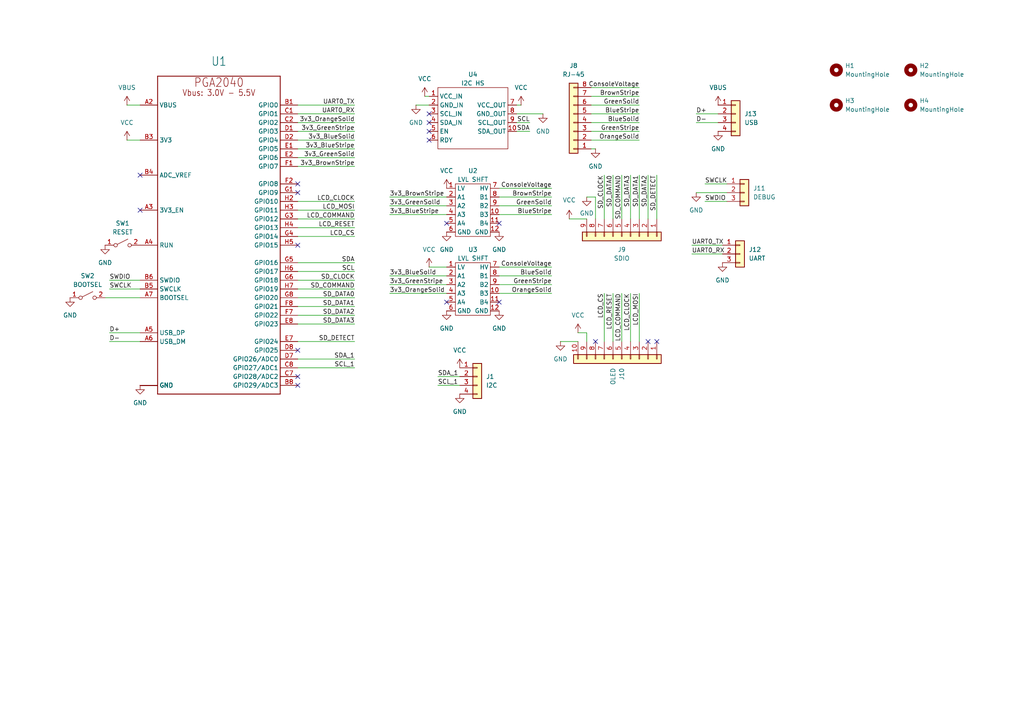
<source format=kicad_sch>
(kicad_sch (version 20231120) (generator "eeschema") (generator_version "8.0")
  (paper "A4")
  (lib_symbols
    (symbol "4-channel_I2C-safe_Bi-directional_Logic_Level_Converter_-_BSS138_1"
      (property "Reference" "U" (at 0 0 0))
      (symbol "4-channel_I2C-safe_Bi-directional_Logic_Level_Converter_-_BSS138_1_0_1"
        (rectangle (start -5.08 -1.27) (end 5.08 -16.51))
      )
      (symbol "4-channel_I2C-safe_Bi-directional_Logic_Level_Converter_-_BSS138_1_1_1"
        (pin power_in line (at -7.62 -2.54 0) (length 2.54) (name "LV") (number "1"))
        (pin bidirectional line (at 7.62 -10.16 180) (length 2.54) (name "B3") (number "10"))
        (pin bidirectional line (at 7.62 -12.7 180) (length 2.54) (name "B4") (number "11"))
        (pin power_out line (at 7.62 -15.24 180) (length 2.54) (name "GND") (number "12"))
        (pin bidirectional line (at -7.62 -5.08 0) (length 2.54) (name "A1") (number "2"))
        (pin bidirectional line (at -7.62 -7.62 0) (length 2.54) (name "A2") (number "3"))
        (pin bidirectional line (at -7.62 -10.16 0) (length 2.54) (name "A3") (number "4"))
        (pin bidirectional line (at -7.62 -12.7 0) (length 2.54) (name "A4") (number "5"))
        (pin power_out line (at -7.62 -15.24 0) (length 2.54) (name "GND") (number "6"))
        (pin power_in line (at 7.62 -2.54 180) (length 2.54) (name "HV") (number "7"))
        (pin bidirectional line (at 7.62 -5.08 180) (length 2.54) (name "B1") (number "8"))
        (pin bidirectional line (at 7.62 -7.62 180) (length 2.54) (name "B2") (number "9"))
      )
    )
    (symbol "Connector_Generic:Conn_01x03" (pin_names (offset 1.016) hide)
      (property "Reference" "J" (at 0 5.08 0))
      (property "Value" "Conn_01x03" (at 0 -5.08 0))
      (symbol "Conn_01x03_1_1"
        (rectangle (start -1.27 -2.413) (end 0 -2.667) (stroke (width 0.1524)))
        (rectangle (start -1.27 0.127) (end 0 -0.127) (stroke (width 0.1524)))
        (rectangle (start -1.27 2.667) (end 0 2.413) (stroke (width 0.1524)))
        (rectangle (start -1.27 3.81) (end 1.27 -3.81) (stroke (width 0.254)) (fill (type background)))
        (pin passive line (at -5.08 2.54 0) (length 3.81) (name "Pin_1") (number "1"))
        (pin passive line (at -5.08 0 0) (length 3.81) (name "Pin_2") (number "2"))
        (pin passive line (at -5.08 -2.54 0) (length 3.81) (name "Pin_3") (number "3"))
      )
    )
    (symbol "Connector_Generic:Conn_01x04" (pin_names (offset 1.016) hide)
      (property "Reference" "J" (at 0 5.08 0))
      (property "Value" "Conn_01x04" (at 0 -7.62 0))
      (symbol "Conn_01x04_1_1"
        (rectangle (start -1.27 -4.953) (end 0 -5.207) (stroke (width 0.1524)))
        (rectangle (start -1.27 -2.413) (end 0 -2.667) (stroke (width 0.1524)))
        (rectangle (start -1.27 0.127) (end 0 -0.127) (stroke (width 0.1524)))
        (rectangle (start -1.27 2.667) (end 0 2.413) (stroke (width 0.1524)))
        (rectangle (start -1.27 3.81) (end 1.27 -6.35) (stroke (width 0.254)) (fill (type background)))
        (pin passive line (at -5.08 2.54 0) (length 3.81) (name "Pin_1") (number "1"))
        (pin passive line (at -5.08 0 0) (length 3.81) (name "Pin_2") (number "2"))
        (pin passive line (at -5.08 -2.54 0) (length 3.81) (name "Pin_3") (number "3"))
        (pin passive line (at -5.08 -5.08 0) (length 3.81) (name "Pin_4") (number "4"))
      )
    )
    (symbol "Connector_Generic:Conn_01x08" (pin_names (offset 1.016) hide)
      (property "Reference" "J" (at 0 10.16 0))
      (property "Value" "Conn_01x08" (at 0 -12.7 0))
      (symbol "Conn_01x08_1_1"
        (rectangle (start -1.27 -10.033) (end 0 -10.287) (stroke (width 0.1524)))
        (rectangle (start -1.27 -7.493) (end 0 -7.747) (stroke (width 0.1524)))
        (rectangle (start -1.27 -4.953) (end 0 -5.207) (stroke (width 0.1524)))
        (rectangle (start -1.27 -2.413) (end 0 -2.667) (stroke (width 0.1524)))
        (rectangle (start -1.27 0.127) (end 0 -0.127) (stroke (width 0.1524)))
        (rectangle (start -1.27 2.667) (end 0 2.413) (stroke (width 0.1524)))
        (rectangle (start -1.27 5.207) (end 0 4.953) (stroke (width 0.1524)))
        (rectangle (start -1.27 7.747) (end 0 7.493) (stroke (width 0.1524)))
        (rectangle (start -1.27 8.89) (end 1.27 -11.43) (stroke (width 0.254)) (fill (type background)))
        (pin passive line (at -5.08 7.62 0) (length 3.81) (name "Pin_1") (number "1"))
        (pin passive line (at -5.08 5.08 0) (length 3.81) (name "Pin_2") (number "2"))
        (pin passive line (at -5.08 2.54 0) (length 3.81) (name "Pin_3") (number "3"))
        (pin passive line (at -5.08 0 0) (length 3.81) (name "Pin_4") (number "4"))
        (pin passive line (at -5.08 -2.54 0) (length 3.81) (name "Pin_5") (number "5"))
        (pin passive line (at -5.08 -5.08 0) (length 3.81) (name "Pin_6") (number "6"))
        (pin passive line (at -5.08 -7.62 0) (length 3.81) (name "Pin_7") (number "7"))
        (pin passive line (at -5.08 -10.16 0) (length 3.81) (name "Pin_8") (number "8"))
      )
    )
    (symbol "Connector_Generic:Conn_01x09" (pin_names (offset 1.016) hide)
      (property "Reference" "J" (at 0 12.7 0))
      (property "Value" "Conn_01x09" (at 0 -12.7 0))
      (symbol "Conn_01x09_1_1"
        (rectangle (start -1.27 -10.033) (end 0 -10.287) (stroke (width 0.1524)))
        (rectangle (start -1.27 -7.493) (end 0 -7.747) (stroke (width 0.1524)))
        (rectangle (start -1.27 -4.953) (end 0 -5.207) (stroke (width 0.1524)))
        (rectangle (start -1.27 -2.413) (end 0 -2.667) (stroke (width 0.1524)))
        (rectangle (start -1.27 0.127) (end 0 -0.127) (stroke (width 0.1524)))
        (rectangle (start -1.27 2.667) (end 0 2.413) (stroke (width 0.1524)))
        (rectangle (start -1.27 5.207) (end 0 4.953) (stroke (width 0.1524)))
        (rectangle (start -1.27 7.747) (end 0 7.493) (stroke (width 0.1524)))
        (rectangle (start -1.27 10.287) (end 0 10.033) (stroke (width 0.1524)))
        (rectangle (start -1.27 11.43) (end 1.27 -11.43) (stroke (width 0.254)) (fill (type background)))
        (pin passive line (at -5.08 10.16 0) (length 3.81) (name "Pin_1") (number "1"))
        (pin passive line (at -5.08 7.62 0) (length 3.81) (name "Pin_2") (number "2"))
        (pin passive line (at -5.08 5.08 0) (length 3.81) (name "Pin_3") (number "3"))
        (pin passive line (at -5.08 2.54 0) (length 3.81) (name "Pin_4") (number "4"))
        (pin passive line (at -5.08 0 0) (length 3.81) (name "Pin_5") (number "5"))
        (pin passive line (at -5.08 -2.54 0) (length 3.81) (name "Pin_6") (number "6"))
        (pin passive line (at -5.08 -5.08 0) (length 3.81) (name "Pin_7") (number "7"))
        (pin passive line (at -5.08 -7.62 0) (length 3.81) (name "Pin_8") (number "8"))
        (pin passive line (at -5.08 -10.16 0) (length 3.81) (name "Pin_9") (number "9"))
      )
    )
    (symbol "Connector_Generic:Conn_01x10" (pin_names (offset 1.016) hide)
      (property "Reference" "J" (at 0 12.7 0))
      (property "Value" "Conn_01x10" (at 0 -15.24 0))
      (symbol "Conn_01x10_1_1"
        (rectangle (start -1.27 -12.573) (end 0 -12.827) (stroke (width 0.1524)))
        (rectangle (start -1.27 -10.033) (end 0 -10.287) (stroke (width 0.1524)))
        (rectangle (start -1.27 -7.493) (end 0 -7.747) (stroke (width 0.1524)))
        (rectangle (start -1.27 -4.953) (end 0 -5.207) (stroke (width 0.1524)))
        (rectangle (start -1.27 -2.413) (end 0 -2.667) (stroke (width 0.1524)))
        (rectangle (start -1.27 0.127) (end 0 -0.127) (stroke (width 0.1524)))
        (rectangle (start -1.27 2.667) (end 0 2.413) (stroke (width 0.1524)))
        (rectangle (start -1.27 5.207) (end 0 4.953) (stroke (width 0.1524)))
        (rectangle (start -1.27 7.747) (end 0 7.493) (stroke (width 0.1524)))
        (rectangle (start -1.27 10.287) (end 0 10.033) (stroke (width 0.1524)))
        (rectangle (start -1.27 11.43) (end 1.27 -13.97) (stroke (width 0.254)) (fill (type background)))
        (pin passive line (at -5.08 10.16 0) (length 3.81) (name "Pin_1") (number "1"))
        (pin passive line (at -5.08 -12.7 0) (length 3.81) (name "Pin_10") (number "10"))
        (pin passive line (at -5.08 7.62 0) (length 3.81) (name "Pin_2") (number "2"))
        (pin passive line (at -5.08 5.08 0) (length 3.81) (name "Pin_3") (number "3"))
        (pin passive line (at -5.08 2.54 0) (length 3.81) (name "Pin_4") (number "4"))
        (pin passive line (at -5.08 0 0) (length 3.81) (name "Pin_5") (number "5"))
        (pin passive line (at -5.08 -2.54 0) (length 3.81) (name "Pin_6") (number "6"))
        (pin passive line (at -5.08 -5.08 0) (length 3.81) (name "Pin_7") (number "7"))
        (pin passive line (at -5.08 -7.62 0) (length 3.81) (name "Pin_8") (number "8"))
        (pin passive line (at -5.08 -10.16 0) (length 3.81) (name "Pin_9") (number "9"))
      )
    )
    (symbol "GP2040-RE:4-channel_I2C-safe_Bi-directional_Logic_Level_Converter_-_BSS138"
      (property "Reference" "U" (at 0 0 0))
      (symbol "4-channel_I2C-safe_Bi-directional_Logic_Level_Converter_-_BSS138_0_1"
        (rectangle (start -5.08 -1.27) (end 5.08 -16.51))
      )
      (symbol "4-channel_I2C-safe_Bi-directional_Logic_Level_Converter_-_BSS138_1_1"
        (pin power_in line (at -7.62 -2.54 0) (length 2.54) (name "LV") (number "1"))
        (pin bidirectional line (at 7.62 -10.16 180) (length 2.54) (name "B3") (number "10"))
        (pin bidirectional line (at 7.62 -12.7 180) (length 2.54) (name "B4") (number "11"))
        (pin power_out line (at 7.62 -15.24 180) (length 2.54) (name "GND") (number "12"))
        (pin bidirectional line (at -7.62 -5.08 0) (length 2.54) (name "A1") (number "2"))
        (pin bidirectional line (at -7.62 -7.62 0) (length 2.54) (name "A2") (number "3"))
        (pin bidirectional line (at -7.62 -10.16 0) (length 2.54) (name "A3") (number "4"))
        (pin bidirectional line (at -7.62 -12.7 0) (length 2.54) (name "A4") (number "5"))
        (pin power_out line (at -7.62 -15.24 0) (length 2.54) (name "GND") (number "6"))
        (pin power_in line (at 7.62 -2.54 180) (length 2.54) (name "HV") (number "7"))
        (pin bidirectional line (at 7.62 -5.08 180) (length 2.54) (name "B1") (number "8"))
        (pin bidirectional line (at 7.62 -7.62 180) (length 2.54) (name "B2") (number "9"))
      )
    )
    (symbol "GP2040-RE:Adafruit_TCA4307_Hot-Swap_I2C_Buffer_with_Stuck_Bus_Recovery_-_STEMMA_QT_/_Qwiic"
      (property "Reference" "U" (at 0 0 0))
      (symbol "Adafruit_TCA4307_Hot-Swap_I2C_Buffer_with_Stuck_Bus_Recovery_-_STEMMA_QT_/_Qwiic_0_1"
        (rectangle (start -10.16 -1.27) (end 10.16 -19.05))
      )
      (symbol "Adafruit_TCA4307_Hot-Swap_I2C_Buffer_with_Stuck_Bus_Recovery_-_STEMMA_QT_/_Qwiic_1_1"
        (pin power_in line (at -12.7 -3.81 0) (length 2.54) (name "VCC_IN") (number "1"))
        (pin bidirectional line (at 12.7 -13.97 180) (length 2.54) (name "SDA_OUT") (number "10"))
        (pin power_out line (at -12.7 -6.35 0) (length 2.54) (name "GND_IN") (number "2"))
        (pin bidirectional line (at -12.7 -8.89 0) (length 2.54) (name "SCL_IN") (number "3"))
        (pin bidirectional line (at -12.7 -11.43 0) (length 2.54) (name "SDA_IN") (number "4"))
        (pin bidirectional line (at -12.7 -13.97 0) (length 2.54) (name "EN") (number "5"))
        (pin bidirectional line (at -12.7 -16.51 0) (length 2.54) (name "RDY") (number "6"))
        (pin power_in line (at 12.7 -6.35 180) (length 2.54) (name "VCC_OUT") (number "7"))
        (pin power_out line (at 12.7 -8.89 180) (length 2.54) (name "GND_OUT") (number "8"))
        (pin bidirectional line (at 12.7 -11.43 180) (length 2.54) (name "SCL_OUT") (number "9"))
      )
    )
    (symbol "GP2040-RE:PGA2040_PTH_NO_SLOT"
      (property "Reference" "U" (at -16.256 44.958 0))
      (symbol "PGA2040_PTH_NO_SLOT_1_0"
        (polyline (pts (xy -17.78 -48.26) (xy -17.78 43.942)) (stroke (width 0.254)))
        (polyline (pts (xy -17.78 43.942) (xy 17.78 43.942)) (stroke (width 0.254)))
        (polyline (pts (xy 17.78 -48.26) (xy -17.78 -48.26)) (stroke (width 0.254)))
        (polyline (pts (xy 17.78 43.942) (xy 17.78 -48.26)) (stroke (width 0.254)))
        (text "PGA2040" (at 0 40.64 0) (effects (font (size 2.54 2.159)) (justify bottom)))
        (text "Vbus: 3.0V - 5.5V" (at 0 38.1 0) (effects (font (size 1.778 1.5113)) (justify bottom)))
        (pin bidirectional line (at -22.86 -45.72 0) (length 5.08) (name "GND") (number "A1"))
        (pin bidirectional line (at -22.86 35.56 0) (length 5.08) (name "VBUS") (number "A2"))
        (pin bidirectional line (at -22.86 5.08 0) (length 5.08) (name "3V3_EN") (number "A3"))
        (pin bidirectional line (at -22.86 -5.08 0) (length 5.08) (name "RUN") (number "A4"))
        (pin bidirectional line (at -22.86 -30.48 0) (length 5.08) (name "USB_DP") (number "A5"))
        (pin bidirectional line (at -22.86 -33.02 0) (length 5.08) (name "USB_DM") (number "A6"))
        (pin bidirectional line (at -22.86 -20.32 0) (length 5.08) (name "BOOTSEL") (number "A7"))
        (pin bidirectional line (at -22.86 -45.72 0) (length 5.08) (name "GND") (number "A8"))
        (pin bidirectional line (at 22.86 35.56 180) (length 5.08) (name "GPIO0") (number "B1"))
        (pin bidirectional line (at -22.86 -45.72 0) (length 5.08) (name "GND") (number "B2"))
        (pin bidirectional line (at -22.86 25.4 0) (length 5.08) (name "3V3") (number "B3"))
        (pin bidirectional line (at -22.86 15.24 0) (length 5.08) (name "ADC_VREF") (number "B4"))
        (pin bidirectional line (at -22.86 -17.78 0) (length 5.08) (name "SWCLK") (number "B5"))
        (pin bidirectional line (at -22.86 -15.24 0) (length 5.08) (name "SWDIO") (number "B6"))
        (pin bidirectional line (at -22.86 -45.72 0) (length 5.08) (name "GND") (number "B7"))
        (pin bidirectional line (at 22.86 -45.72 180) (length 5.08) (name "GPIO29/ADC3") (number "B8"))
        (pin bidirectional line (at 22.86 33.02 180) (length 5.08) (name "GPIO1") (number "C1"))
        (pin bidirectional line (at 22.86 30.48 180) (length 5.08) (name "GPIO2") (number "C2"))
        (pin bidirectional line (at 22.86 -43.18 180) (length 5.08) (name "GPIO28/ADC2") (number "C7"))
        (pin bidirectional line (at 22.86 -40.64 180) (length 5.08) (name "GPIO27/ADC1") (number "C8"))
        (pin bidirectional line (at 22.86 27.94 180) (length 5.08) (name "GPIO3") (number "D1"))
        (pin bidirectional line (at 22.86 25.4 180) (length 5.08) (name "GPIO4") (number "D2"))
        (pin bidirectional line (at 22.86 -38.1 180) (length 5.08) (name "GPIO26/ADC0") (number "D7"))
        (pin bidirectional line (at 22.86 -35.56 180) (length 5.08) (name "GPIO25") (number "D8"))
        (pin bidirectional line (at 22.86 22.86 180) (length 5.08) (name "GPIO5") (number "E1"))
        (pin bidirectional line (at 22.86 20.32 180) (length 5.08) (name "GPIO6") (number "E2"))
        (pin bidirectional line (at 22.86 -33.02 180) (length 5.08) (name "GPIO24") (number "E7"))
        (pin bidirectional line (at 22.86 -27.94 180) (length 5.08) (name "GPIO23") (number "E8"))
        (pin bidirectional line (at 22.86 17.78 180) (length 5.08) (name "GPIO7") (number "F1"))
        (pin bidirectional line (at 22.86 12.7 180) (length 5.08) (name "GPIO8") (number "F2"))
        (pin bidirectional line (at 22.86 -25.4 180) (length 5.08) (name "GPIO22") (number "F7"))
        (pin bidirectional line (at 22.86 -22.86 180) (length 5.08) (name "GPIO21") (number "F8"))
        (pin bidirectional line (at 22.86 10.16 180) (length 5.08) (name "GPIO9") (number "G1"))
        (pin bidirectional line (at -22.86 -45.72 0) (length 5.08) (name "GND") (number "G2"))
        (pin bidirectional line (at 22.86 2.54 180) (length 5.08) (name "GPIO12") (number "G3"))
        (pin bidirectional line (at 22.86 -2.54 180) (length 5.08) (name "GPIO14") (number "G4"))
        (pin bidirectional line (at 22.86 -10.16 180) (length 5.08) (name "GPIO16") (number "G5"))
        (pin bidirectional line (at 22.86 -15.24 180) (length 5.08) (name "GPIO18") (number "G6"))
        (pin bidirectional line (at -22.86 -45.72 0) (length 5.08) (name "GND") (number "G7"))
        (pin bidirectional line (at 22.86 -20.32 180) (length 5.08) (name "GPIO20") (number "G8"))
        (pin bidirectional line (at -22.86 -45.72 0) (length 5.08) (name "GND") (number "H1"))
        (pin bidirectional line (at 22.86 7.62 180) (length 5.08) (name "GPIO10") (number "H2"))
        (pin bidirectional line (at 22.86 5.08 180) (length 5.08) (name "GPIO11") (number "H3"))
        (pin bidirectional line (at 22.86 0 180) (length 5.08) (name "GPIO13") (number "H4"))
        (pin bidirectional line (at 22.86 -5.08 180) (length 5.08) (name "GPIO15") (number "H5"))
        (pin bidirectional line (at 22.86 -12.7 180) (length 5.08) (name "GPIO17") (number "H6"))
        (pin bidirectional line (at 22.86 -17.78 180) (length 5.08) (name "GPIO19") (number "H7"))
        (pin bidirectional line (at -22.86 -45.72 0) (length 5.08) (name "GND") (number "H8"))
      )
    )
    (symbol "Mechanical:MountingHole" (pin_names (offset 1.016)) (exclude_from_sim yes) (in_bom no)
      (property "Reference" "H" (at 0 5.08 0))
      (property "Value" "MountingHole" (at 0 3.175 0))
      (symbol "MountingHole_0_1"
        (circle (center 0 0) (radius 1.27) (stroke (width 1.27)))
      )
    )
    (symbol "Switch:SW_SPST" (pin_names (offset 0) hide)
      (property "Reference" "SW" (at 0 3.175 0))
      (property "Value" "SW_SPST" (at 0 -2.54 0))
      (symbol "SW_SPST_0_0"
        (circle (center -2.032 0) (radius 0.508))
        (polyline (pts (xy -1.524 0.254) (xy 1.524 1.778)))
        (circle (center 2.032 0) (radius 0.508))
      )
      (symbol "SW_SPST_1_1"
        (pin passive line (at -5.08 0 0) (length 2.54) (name "A") (number "1"))
        (pin passive line (at 5.08 0 180) (length 2.54) (name "B") (number "2"))
      )
    )
    (symbol "power:GND" (power) (pin_numbers hide) (pin_names (offset 0) hide)
      (property "Value" "GND" (at 0 -3.81 0))
      (symbol "GND_0_1"
        (polyline (pts (xy 0 0) (xy 0 -1.27) (xy 1.27 -1.27) (xy 0 -2.54) (xy -1.27 -1.27) (xy 0 -1.27)))
      )
      (symbol "GND_1_1"
        (pin power_in line (at 0 0 270) (length 0) (name "~") (number "1"))
      )
    )
    (symbol "power:VBUS" (power) (pin_numbers hide) (pin_names (offset 0) hide)
      (property "Value" "VBUS" (at 0 3.556 0))
      (symbol "VBUS_0_1"
        (polyline (pts (xy -0.762 1.27) (xy 0 2.54)))
        (polyline (pts (xy 0 0) (xy 0 2.54)))
        (polyline (pts (xy 0 2.54) (xy 0.762 1.27)))
      )
      (symbol "VBUS_1_1"
        (pin power_in line (at 0 0 90) (length 0) (name "~") (number "1"))
      )
    )
    (symbol "power:VCC" (power) (pin_numbers hide) (pin_names (offset 0) hide)
      (property "Value" "VCC" (at 0 3.556 0))
      (symbol "VCC_0_1"
        (polyline (pts (xy -0.762 1.27) (xy 0 2.54)))
        (polyline (pts (xy 0 0) (xy 0 2.54)))
        (polyline (pts (xy 0 2.54) (xy 0.762 1.27)))
      )
      (symbol "VCC_1_1"
        (pin power_in line (at 0 0 90) (length 0) (name "~") (number "1"))
      )
    )
  )
  (no_connect (at 187.96 99.06))
  (no_connect (at 124.46 35.56))
  (no_connect (at 86.36 101.6))
  (no_connect (at 129.54 64.77))
  (no_connect (at 129.54 87.63))
  (no_connect (at 86.36 71.12))
  (no_connect (at 172.72 99.06))
  (no_connect (at 40.64 50.8))
  (no_connect (at 144.78 64.77))
  (no_connect (at 124.46 38.1))
  (no_connect (at 124.46 33.02))
  (no_connect (at 124.46 40.64))
  (no_connect (at 86.36 109.22))
  (no_connect (at 144.78 87.63))
  (no_connect (at 40.64 60.96))
  (no_connect (at 86.36 55.88))
  (no_connect (at 190.5 99.06))
  (no_connect (at 86.36 111.76))
  (no_connect (at 86.36 53.34))
  (wire (pts (xy 144.78 85.09) (xy 160.02 85.09)))
  (wire (pts (xy 162.56 99.06) (xy 167.64 99.06)))
  (wire (pts (xy 177.8 85.09) (xy 177.8 99.06)))
  (wire (pts (xy 200.66 71.12) (xy 209.55 71.12)))
  (wire (pts (xy 171.45 43.18) (xy 172.72 43.18)))
  (wire (pts (xy 36.83 30.48) (xy 40.64 30.48)))
  (wire (pts (xy 170.18 96.52) (xy 170.18 99.06)))
  (wire (pts (xy 201.93 35.56) (xy 208.28 35.56)))
  (wire (pts (xy 175.26 50.8) (xy 175.26 63.5)))
  (wire (pts (xy 113.03 62.23) (xy 129.54 62.23)))
  (wire (pts (xy 102.87 76.2) (xy 86.36 76.2)))
  (wire (pts (xy 123.19 27.94) (xy 124.46 27.94)))
  (wire (pts (xy 185.42 25.4) (xy 171.45 25.4)))
  (wire (pts (xy 102.87 48.26) (xy 86.36 48.26)))
  (wire (pts (xy 190.5 50.8) (xy 190.5 63.5)))
  (wire (pts (xy 151.13 30.48) (xy 149.86 30.48)))
  (wire (pts (xy 102.87 30.48) (xy 86.36 30.48)))
  (wire (pts (xy 102.87 68.58) (xy 86.36 68.58)))
  (wire (pts (xy 185.42 50.8) (xy 185.42 63.5)))
  (wire (pts (xy 102.87 35.56) (xy 86.36 35.56)))
  (wire (pts (xy 102.87 81.28) (xy 86.36 81.28)))
  (wire (pts (xy 187.96 50.8) (xy 187.96 63.5)))
  (wire (pts (xy 102.87 43.18) (xy 86.36 43.18)))
  (wire (pts (xy 102.87 78.74) (xy 86.36 78.74)))
  (wire (pts (xy 160.02 80.01) (xy 144.78 80.01)))
  (wire (pts (xy 102.87 33.02) (xy 86.36 33.02)))
  (wire (pts (xy 185.42 38.1) (xy 171.45 38.1)))
  (wire (pts (xy 160.02 59.69) (xy 144.78 59.69)))
  (wire (pts (xy 102.87 60.96) (xy 86.36 60.96)))
  (wire (pts (xy 167.64 96.52) (xy 170.18 96.52)))
  (wire (pts (xy 102.87 45.72) (xy 86.36 45.72)))
  (wire (pts (xy 102.87 38.1) (xy 86.36 38.1)))
  (wire (pts (xy 102.87 58.42) (xy 86.36 58.42)))
  (wire (pts (xy 160.02 62.23) (xy 144.78 62.23)))
  (wire (pts (xy 102.87 66.04) (xy 86.36 66.04)))
  (wire (pts (xy 102.87 88.9) (xy 86.36 88.9)))
  (wire (pts (xy 127 111.76) (xy 133.35 111.76)))
  (wire (pts (xy 157.48 33.02) (xy 149.86 33.02)))
  (wire (pts (xy 31.75 99.06) (xy 40.64 99.06)))
  (wire (pts (xy 30.48 86.36) (xy 40.64 86.36)))
  (wire (pts (xy 153.67 38.1) (xy 149.86 38.1)))
  (wire (pts (xy 185.42 35.56) (xy 171.45 35.56)))
  (wire (pts (xy 160.02 54.61) (xy 144.78 54.61)))
  (wire (pts (xy 160.02 77.47) (xy 144.78 77.47)))
  (wire (pts (xy 144.78 82.55) (xy 160.02 82.55)))
  (wire (pts (xy 177.8 50.8) (xy 177.8 63.5)))
  (wire (pts (xy 36.83 40.64) (xy 40.64 40.64)))
  (wire (pts (xy 124.46 77.47) (xy 129.54 77.47)))
  (wire (pts (xy 185.42 27.94) (xy 171.45 27.94)))
  (wire (pts (xy 102.87 83.82) (xy 86.36 83.82)))
  (wire (pts (xy 102.87 86.36) (xy 86.36 86.36)))
  (wire (pts (xy 201.93 33.02) (xy 208.28 33.02)))
  (wire (pts (xy 113.03 59.69) (xy 129.54 59.69)))
  (wire (pts (xy 31.75 81.28) (xy 40.64 81.28)))
  (wire (pts (xy 102.87 63.5) (xy 86.36 63.5)))
  (wire (pts (xy 102.87 104.14) (xy 86.36 104.14)))
  (wire (pts (xy 185.42 40.64) (xy 171.45 40.64)))
  (wire (pts (xy 172.72 57.15) (xy 170.18 57.15)))
  (wire (pts (xy 165.1 63.5) (xy 170.18 63.5)))
  (wire (pts (xy 182.88 50.8) (xy 182.88 63.5)))
  (wire (pts (xy 102.87 40.64) (xy 86.36 40.64)))
  (wire (pts (xy 102.87 99.06) (xy 86.36 99.06)))
  (wire (pts (xy 102.87 93.98) (xy 86.36 93.98)))
  (wire (pts (xy 160.02 57.15) (xy 144.78 57.15)))
  (wire (pts (xy 204.47 53.34) (xy 210.82 53.34)))
  (wire (pts (xy 201.93 55.88) (xy 210.82 55.88)))
  (wire (pts (xy 185.42 30.48) (xy 171.45 30.48)))
  (wire (pts (xy 185.42 33.02) (xy 171.45 33.02)))
  (wire (pts (xy 204.47 58.42) (xy 210.82 58.42)))
  (wire (pts (xy 153.67 35.56) (xy 149.86 35.56)))
  (wire (pts (xy 175.26 85.09) (xy 175.26 99.06)))
  (wire (pts (xy 120.65 30.48) (xy 124.46 30.48)))
  (wire (pts (xy 113.03 80.01) (xy 129.54 80.01)))
  (wire (pts (xy 200.66 73.66) (xy 209.55 73.66)))
  (wire (pts (xy 113.03 57.15) (xy 129.54 57.15)))
  (wire (pts (xy 127 109.22) (xy 133.35 109.22)))
  (wire (pts (xy 182.88 85.09) (xy 182.88 99.06)))
  (wire (pts (xy 113.03 85.09) (xy 129.54 85.09)))
  (wire (pts (xy 185.42 85.09) (xy 185.42 99.06)))
  (wire (pts (xy 180.34 85.09) (xy 180.34 99.06)))
  (wire (pts (xy 113.03 82.55) (xy 129.54 82.55)))
  (wire (pts (xy 172.72 63.5) (xy 172.72 57.15)))
  (wire (pts (xy 180.34 50.8) (xy 180.34 63.5)))
  (wire (pts (xy 102.87 106.68) (xy 86.36 106.68)))
  (wire (pts (xy 102.87 91.44) (xy 86.36 91.44)))
  (wire (pts (xy 31.75 96.52) (xy 40.64 96.52)))
  (wire (pts (xy 31.75 83.82) (xy 40.64 83.82)))
  (label "BlueStripe" (at 185.42 33.02 180))
  (label "LCD_COMMAND" (at 180.34 85.09 270))
  (label "GreenSolid" (at 160.02 59.69 180))
  (label "LCD_MOSI" (at 185.42 85.09 270))
  (label "UART0_RX" (at 200.66 73.66 0))
  (label "SDA_1" (at 127 109.22 0))
  (label "SD_COMMAND" (at 180.34 50.8 270))
  (label "3v3_GreenSolid" (at 102.87 45.72 180))
  (label "LCD_COMMAND" (at 102.87 63.5 180))
  (label "LCD_CS" (at 102.87 68.58 180))
  (label "ConsoleVoltage" (at 185.42 25.4 180))
  (label "GreenSolid" (at 185.42 30.48 180))
  (label "3v3_OrangeSolid" (at 113.03 85.09 0))
  (label "UART0_TX" (at 102.87 30.48 180))
  (label "BrownStripe" (at 160.02 57.15 180))
  (label "3v3_OrangeSolid" (at 102.87 35.56 180))
  (label "3v3_BlueStripe" (at 113.03 62.23 0))
  (label "BlueSolid" (at 160.02 80.01 180))
  (label "3v3_GreenStripe" (at 102.87 38.1 180))
  (label "GreenStripe" (at 160.02 82.55 180))
  (label "SD_DATA3" (at 182.88 50.8 270))
  (label "SCL" (at 102.87 78.74 180))
  (label "D+" (at 31.75 96.52 0))
  (label "SDA" (at 102.87 76.2 180))
  (label "SD_DATA2" (at 102.87 91.44 180))
  (label "3v3_BlueStripe" (at 102.87 43.18 180))
  (label "SWDIO" (at 31.75 81.28 0))
  (label "SDA_1" (at 102.87 104.14 180))
  (label "SCL" (at 153.67 35.56 180))
  (label "OrangeSolid" (at 160.02 85.09 180))
  (label "3v3_GreenStripe" (at 113.03 82.55 0))
  (label "UART0_TX" (at 200.66 71.12 0))
  (label "LCD_CLOCK" (at 102.87 58.42 180))
  (label "ConsoleVoltage" (at 160.02 77.47 180))
  (label "LCD_RESET" (at 177.8 85.09 270))
  (label "3v3_BrownStripe" (at 113.03 57.15 0))
  (label "SD_DATA0" (at 102.87 86.36 180))
  (label "BlueSolid" (at 185.42 35.56 180))
  (label "3v3_BrownStripe" (at 102.87 48.26 180))
  (label "SD_DETECT" (at 102.87 99.06 180))
  (label "LCD_CLOCK" (at 182.88 85.09 270))
  (label "OrangeSolid" (at 185.42 40.64 180))
  (label "SD_CLOCK" (at 175.26 50.8 270))
  (label "SWDIO" (at 204.47 58.42 0))
  (label "SD_DATA1" (at 185.42 50.8 270))
  (label "BlueStripe" (at 160.02 62.23 180))
  (label "SD_DETECT" (at 190.5 50.8 270))
  (label "SWCLK" (at 31.75 83.82 0))
  (label "LCD_CS" (at 175.26 85.09 270))
  (label "3v3_BlueSolid" (at 113.03 80.01 0))
  (label "UART0_RX" (at 102.87 33.02 180))
  (label "LCD_RESET" (at 102.87 66.04 180))
  (label "SD_DATA1" (at 102.87 88.9 180))
  (label "SD_DATA0" (at 177.8 50.8 270))
  (label "3v3_BlueSolid" (at 102.87 40.64 180))
  (label "D-" (at 31.75 99.06 0))
  (label "ConsoleVoltage" (at 160.02 54.61 180))
  (label "D+" (at 201.93 33.02 0))
  (label "SCL_1" (at 127 111.76 0))
  (label "SD_COMMAND" (at 102.87 83.82 180))
  (label "GreenStripe" (at 185.42 38.1 180))
  (label "3v3_GreenSolid" (at 113.03 59.69 0))
  (label "SWCLK" (at 204.47 53.34 0))
  (label "LCD_MOSI" (at 102.87 60.96 180))
  (label "SD_DATA3" (at 102.87 93.98 180))
  (label "BrownStripe" (at 185.42 27.94 180))
  (label "SDA" (at 153.67 38.1 180))
  (label "D-" (at 201.93 35.56 0))
  (label "SD_CLOCK" (at 102.87 81.28 180))
  (label "SCL_1" (at 102.87 106.68 180))
  (label "SD_DATA2" (at 187.96 50.8 270))
  (symbol (lib_id "power:VCC") (at 151.13 30.48 0) (unit 1)
    (property "Reference" "#PWR02" (effects (hide yes)))
    (property "Value" "VCC" (at 151.13 25.4 0))
    (property "Description" "Power symbol creates a global label with name \"VCC\"" (effects (hide yes)))
  )
  (symbol (lib_id "Mechanical:MountingHole") (at 242.57 30.48 0) (unit 1) (exclude_from_sim yes) (in_bom no)
    (property "Reference" "H3" (at 245.11 29.2099 0) (effects (justify left)))
    (property "Value" "MountingHole" (at 245.11 31.7499 0) (effects (justify left)))
    (property "Footprint" "MountingHole:MountingHole_3.5mm" (effects (hide yes)))
    (property "Description" "Mounting Hole without connection" (effects (hide yes)))
  )
  (symbol (lib_id "power:GND") (at 170.18 57.15 0) (unit 1)
    (property "Reference" "#PWR011" (effects (hide yes)))
    (property "Value" "GND" (at 170.18 61.849 0))
    (property "Description" "Power symbol creates a global label with name \"GND\" , ground" (effects (hide yes)))
  )
  (symbol (lib_id "power:GND") (at 129.54 90.17 0) (unit 1)
    (property "Reference" "#PWR09" (effects (hide yes)))
    (property "Value" "GND" (at 129.54 95.25 0))
    (property "Description" "Power symbol creates a global label with name \"GND\" , ground" (effects (hide yes)))
  )
  (symbol (lib_id "power:GND") (at 172.72 43.18 0) (unit 1)
    (property "Reference" "#PWR014" (effects (hide yes)))
    (property "Value" "GND" (at 172.72 48.26 0))
    (property "Description" "Power symbol creates a global label with name \"GND\" , ground" (effects (hide yes)))
  )
  (symbol (lib_id "power:GND") (at 30.48 71.12 0) (unit 1)
    (property "Reference" "#PWR025" (effects (hide yes)))
    (property "Value" "GND" (at 30.48 76.2 0))
    (property "Description" "Power symbol creates a global label with name \"GND\" , ground" (effects (hide yes)))
  )
  (symbol (lib_id "power:VCC") (at 124.46 77.47 0) (unit 1)
    (property "Reference" "#PWR05" (effects (hide yes)))
    (property "Value" "VCC" (at 124.46 72.39 0))
    (property "Description" "Power symbol creates a global label with name \"VCC\"" (effects (hide yes)))
  )
  (symbol (lib_name "4-channel_I2C-safe_Bi-directional_Logic_Level_Converter_-_BSS138_1") (lib_id "GP2040-RE:4-channel_I2C-safe_Bi-directional_Logic_Level_Converter_-_BSS138") (at 137.16 52.07 0) (unit 1)
    (property "Reference" "U2" (at 137.16 49.53 0))
    (property "Value" "LVL SHFT" (at 137.16 52.07 0))
    (property "Footprint" "GP2040-RE:4-channel I2C-safe Bi-directional Logic Level Converter - BSS138" (effects (hide yes)))
  )
  (symbol (lib_id "Connector_Generic:Conn_01x04") (at 213.36 33.02 0) (unit 1)
    (property "Reference" "J13" (at 215.9 33.0199 0) (effects (justify left)))
    (property "Value" "USB" (at 215.9 35.5599 0) (effects (justify left)))
    (property "Footprint" "Connector_PinSocket_2.54mm:PinSocket_1x04_P2.54mm_Vertical" (effects (hide yes)))
    (property "Description" "Generic connector, single row, 01x04, script generated (kicad-library-utils/schlib/autogen/connector/)" (effects (hide yes)))
  )
  (symbol (lib_id "power:VCC") (at 123.19 27.94 0) (unit 1)
    (property "Reference" "#PWR01" (effects (hide yes)))
    (property "Value" "VCC" (at 123.19 22.86 0))
    (property "Description" "Power symbol creates a global label with name \"VCC\"" (effects (hide yes)))
  )
  (symbol (lib_id "Mechanical:MountingHole") (at 264.16 30.48 0) (unit 1) (exclude_from_sim yes) (in_bom no)
    (property "Reference" "H4" (at 266.7 29.2099 0) (effects (justify left)))
    (property "Value" "MountingHole" (at 266.7 31.7499 0) (effects (justify left)))
    (property "Footprint" "MountingHole:MountingHole_3.5mm" (effects (hide yes)))
    (property "Description" "Mounting Hole without connection" (effects (hide yes)))
  )
  (symbol (lib_id "power:GND") (at 209.55 76.2 0) (unit 1)
    (property "Reference" "#PWR019" (effects (hide yes)))
    (property "Value" "GND" (at 209.55 81.28 0))
    (property "Description" "Power symbol creates a global label with name \"GND\" , ground" (effects (hide yes)))
  )
  (symbol (lib_id "power:GND") (at 144.78 90.17 0) (unit 1)
    (property "Reference" "#PWR08" (effects (hide yes)))
    (property "Value" "GND" (at 144.78 95.25 0))
    (property "Description" "Power symbol creates a global label with name \"GND\" , ground" (effects (hide yes)))
  )
  (symbol (lib_id "power:VCC") (at 36.83 40.64 0) (unit 1)
    (property "Reference" "#PWR021" (effects (hide yes)))
    (property "Value" "VCC" (at 36.83 35.56 0))
    (property "Description" "Power symbol creates a global label with name \"VCC\"" (effects (hide yes)))
  )
  (symbol (lib_id "Mechanical:MountingHole") (at 242.57 20.32 0) (unit 1) (exclude_from_sim yes) (in_bom no)
    (property "Reference" "H1" (at 245.11 19.0499 0) (effects (justify left)))
    (property "Value" "MountingHole" (at 245.11 21.5899 0) (effects (justify left)))
    (property "Footprint" "MountingHole:MountingHole_3.5mm" (effects (hide yes)))
    (property "Description" "Mounting Hole without connection" (effects (hide yes)))
  )
  (symbol (lib_id "power:GND") (at 133.35 114.3 0) (unit 1)
    (property "Reference" "#PWR024" (effects (hide yes)))
    (property "Value" "GND" (at 133.35 119.38 0))
    (property "Description" "Power symbol creates a global label with name \"GND\" , ground" (effects (hide yes)))
  )
  (symbol (lib_id "power:VBUS") (at 36.83 30.48 0) (unit 1)
    (property "Reference" "#PWR020" (effects (hide yes)))
    (property "Value" "VBUS" (at 36.83 25.4 0))
    (property "Description" "Power symbol creates a global label with name \"VBUS\"" (effects (hide yes)))
  )
  (symbol (lib_id "GP2040-RE:PGA2040_PTH_NO_SLOT") (at 63.5 66.04 0) (unit 1)
    (property "Reference" "U1" (at 63.5 17.78 0) (effects (font (size 2.54 2.159))))
    (property "Footprint" "GP2040-RE:PGA2040_PTH_NO_SLOT" (effects (hide yes)))
  )
  (symbol (lib_id "GP2040-RE:Adafruit_TCA4307_Hot-Swap_I2C_Buffer_with_Stuck_Bus_Recovery_-_STEMMA_QT_/_Qwiic") (at 137.16 24.13 0) (unit 1)
    (property "Reference" "U4" (at 137.16 21.59 0))
    (property "Value" "I2C HS" (at 137.16 24.13 0))
    (property "Footprint" "GP2040-RE:Adafruit TCA4307 Hot-Swap I2C Buffer with Stuck Bus Recovery - STEMMA QT  Qwiic" (effects (hide yes)))
  )
  (symbol (lib_id "GP2040-RE:4-channel_I2C-safe_Bi-directional_Logic_Level_Converter_-_BSS138") (at 137.16 74.93 0) (unit 1)
    (property "Reference" "U3" (at 137.16 72.39 0))
    (property "Value" "LVL SHFT" (at 137.16 74.93 0))
    (property "Footprint" "GP2040-RE:4-channel I2C-safe Bi-directional Logic Level Converter - BSS138" (effects (hide yes)))
  )
  (symbol (lib_id "Switch:SW_SPST") (at 35.56 71.12 0) (unit 1)
    (property "Reference" "SW1" (at 35.56 64.77 0))
    (property "Value" "RESET" (at 35.56 67.31 0))
    (property "Footprint" "Button_Switch_THT:SW_Tactile_Straight_KSA0Axx1LFTR" (effects (hide yes)))
    (property "Description" "Single Pole Single Throw (SPST) switch" (effects (hide yes)))
  )
  (symbol (lib_id "Connector_Generic:Conn_01x04") (at 138.43 109.22 0) (unit 1)
    (property "Reference" "J1" (at 140.97 109.2199 0) (effects (justify left)))
    (property "Value" "I2C" (at 140.97 111.7599 0) (effects (justify left)))
    (property "Footprint" "Connector_PinSocket_2.54mm:PinSocket_1x04_P2.54mm_Vertical" (effects (hide yes)))
    (property "Description" "Generic connector, single row, 01x04, script generated (kicad-library-utils/schlib/autogen/connector/)" (effects (hide yes)))
  )
  (symbol (lib_id "power:VCC") (at 129.54 54.61 0) (unit 1)
    (property "Reference" "#PWR04" (effects (hide yes)))
    (property "Value" "VCC" (at 129.54 49.53 0))
    (property "Description" "Power symbol creates a global label with name \"VCC\"" (effects (hide yes)))
  )
  (symbol (lib_id "power:VCC") (at 133.35 106.68 0) (unit 1)
    (property "Reference" "#PWR023" (effects (hide yes)))
    (property "Value" "VCC" (at 133.35 101.6 0))
    (property "Description" "Power symbol creates a global label with name \"VCC\"" (effects (hide yes)))
  )
  (symbol (lib_id "power:GND") (at 129.54 67.31 0) (unit 1)
    (property "Reference" "#PWR06" (effects (hide yes)))
    (property "Value" "GND" (at 129.54 72.39 0))
    (property "Description" "Power symbol creates a global label with name \"GND\" , ground" (effects (hide yes)))
  )
  (symbol (lib_id "power:GND") (at 201.93 55.88 0) (unit 1)
    (property "Reference" "#PWR018" (effects (hide yes)))
    (property "Value" "GND" (at 201.93 60.96 0))
    (property "Description" "Power symbol creates a global label with name \"GND\" , ground" (effects (hide yes)))
  )
  (symbol (lib_id "power:GND") (at 157.48 33.02 0) (unit 1)
    (property "Reference" "#PWR010" (effects (hide yes)))
    (property "Value" "GND" (at 157.48 38.1 0))
    (property "Description" "Power symbol creates a global label with name \"GND\" , ground" (effects (hide yes)))
  )
  (symbol (lib_id "Connector_Generic:Conn_01x08") (at 166.37 35.56 180) (unit 1)
    (property "Reference" "J8" (at 166.37 19.05 0))
    (property "Value" "RJ-45" (at 166.37 21.59 0))
    (property "Footprint" "Connector_PinSocket_2.54mm:PinSocket_1x08_P2.54mm_Vertical" (effects (hide yes)))
    (property "Description" "Generic connector, single row, 01x08, script generated (kicad-library-utils/schlib/autogen/connector/)" (effects (hide yes)))
  )
  (symbol (lib_id "power:GND") (at 208.28 38.1 0) (unit 1)
    (property "Reference" "#PWR015" (effects (hide yes)))
    (property "Value" "GND" (at 208.28 43.18 0))
    (property "Description" "Power symbol creates a global label with name \"GND\" , ground" (effects (hide yes)))
  )
  (symbol (lib_id "Connector_Generic:Conn_01x09") (at 180.34 68.58 270) (unit 1)
    (property "Reference" "J9" (at 180.34 72.39 90))
    (property "Value" "SDIO" (at 180.34 74.93 90))
    (property "Footprint" "Connector_PinSocket_2.54mm:PinSocket_1x09_P2.54mm_Vertical" (effects (hide yes)))
    (property "Description" "Generic connector, single row, 01x09, script generated (kicad-library-utils/schlib/autogen/connector/)" (effects (hide yes)))
  )
  (symbol (lib_id "power:VCC") (at 165.1 63.5 0) (unit 1)
    (property "Reference" "#PWR012" (effects (hide yes)))
    (property "Value" "VCC" (at 165.1 58.039 0))
    (property "Description" "Power symbol creates a global label with name \"VCC\"" (effects (hide yes)))
  )
  (symbol (lib_id "power:GND") (at 40.64 111.76 0) (unit 1)
    (property "Reference" "#PWR022" (effects (hide yes)))
    (property "Value" "GND" (at 40.64 116.84 0))
    (property "Description" "Power symbol creates a global label with name \"GND\" , ground" (effects (hide yes)))
  )
  (symbol (lib_id "power:VCC") (at 167.64 96.52 0) (unit 1)
    (property "Reference" "#PWR017" (effects (hide yes)))
    (property "Value" "VCC" (at 167.64 91.44 0))
    (property "Description" "Power symbol creates a global label with name \"VCC\"" (effects (hide yes)))
  )
  (symbol (lib_id "Connector_Generic:Conn_01x10") (at 180.34 104.14 270) (unit 1)
    (property "Reference" "J10" (at 180.3401 106.68 0) (effects (justify left)))
    (property "Value" "OLED" (at 177.8001 106.68 0) (effects (justify left)))
    (property "Footprint" "Connector_PinSocket_2.54mm:PinSocket_1x10_P2.54mm_Vertical" (effects (hide yes)))
    (property "Description" "Generic connector, single row, 01x10, script generated (kicad-library-utils/schlib/autogen/connector/)" (effects (hide yes)))
  )
  (symbol (lib_id "Connector_Generic:Conn_01x03") (at 214.63 73.66 0) (unit 1)
    (property "Reference" "J12" (at 217.17 72.3899 0) (effects (justify left)))
    (property "Value" "UART" (at 217.17 74.9299 0) (effects (justify left)))
    (property "Footprint" "Connector_PinSocket_2.54mm:PinSocket_1x03_P2.54mm_Vertical" (effects (hide yes)))
    (property "Description" "Generic connector, single row, 01x03, script generated (kicad-library-utils/schlib/autogen/connector/)" (effects (hide yes)))
  )
  (symbol (lib_id "power:GND") (at 20.32 86.36 0) (unit 1)
    (property "Reference" "#PWR026" (effects (hide yes)))
    (property "Value" "GND" (at 20.32 91.44 0))
    (property "Description" "Power symbol creates a global label with name \"GND\" , ground" (effects (hide yes)))
  )
  (symbol (lib_id "power:GND") (at 144.78 67.31 0) (unit 1)
    (property "Reference" "#PWR07" (effects (hide yes)))
    (property "Value" "GND" (at 144.78 72.39 0))
    (property "Description" "Power symbol creates a global label with name \"GND\" , ground" (effects (hide yes)))
  )
  (symbol (lib_id "Switch:SW_SPST") (at 25.4 86.36 0) (unit 1)
    (property "Reference" "SW2" (at 25.4 80.01 0))
    (property "Value" "BOOTSEL" (at 25.4 82.55 0))
    (property "Footprint" "Button_Switch_THT:SW_Tactile_Straight_KSA0Axx1LFTR" (effects (hide yes)))
    (property "Description" "Single Pole Single Throw (SPST) switch" (effects (hide yes)))
  )
  (symbol (lib_id "power:GND") (at 120.65 30.48 0) (unit 1)
    (property "Reference" "#PWR03" (effects (hide yes)))
    (property "Value" "GND" (at 120.65 35.56 0))
    (property "Description" "Power symbol creates a global label with name \"GND\" , ground" (effects (hide yes)))
  )
  (symbol (lib_id "power:VBUS") (at 208.28 30.48 0) (unit 1)
    (property "Reference" "#PWR013" (effects (hide yes)))
    (property "Value" "VBUS" (at 208.28 25.4 0))
    (property "Description" "Power symbol creates a global label with name \"VBUS\"" (effects (hide yes)))
  )
  (symbol (lib_id "Connector_Generic:Conn_01x03") (at 215.9 55.88 0) (unit 1)
    (property "Reference" "J11" (at 218.44 54.6099 0) (effects (justify left)))
    (property "Value" "DEBUG" (at 218.44 57.1499 0) (effects (justify left)))
    (property "Footprint" "Connector_PinSocket_2.54mm:PinSocket_1x03_P2.54mm_Vertical" (effects (hide yes)))
    (property "Description" "Generic connector, single row, 01x03, script generated (kicad-library-utils/schlib/autogen/connector/)" (effects (hide yes)))
  )
  (symbol (lib_id "Mechanical:MountingHole") (at 264.16 20.32 0) (unit 1) (exclude_from_sim yes) (in_bom no)
    (property "Reference" "H2" (at 266.7 19.0499 0) (effects (justify left)))
    (property "Value" "MountingHole" (at 266.7 21.5899 0) (effects (justify left)))
    (property "Footprint" "MountingHole:MountingHole_3.5mm" (effects (hide yes)))
    (property "Description" "Mounting Hole without connection" (effects (hide yes)))
  )
  (symbol (lib_id "power:GND") (at 162.56 99.06 0) (unit 1)
    (property "Reference" "#PWR016" (effects (hide yes)))
    (property "Value" "GND" (at 162.56 104.14 0))
    (property "Description" "Power symbol creates a global label with name \"GND\" , ground" (effects (hide yes)))
  )
)
</source>
